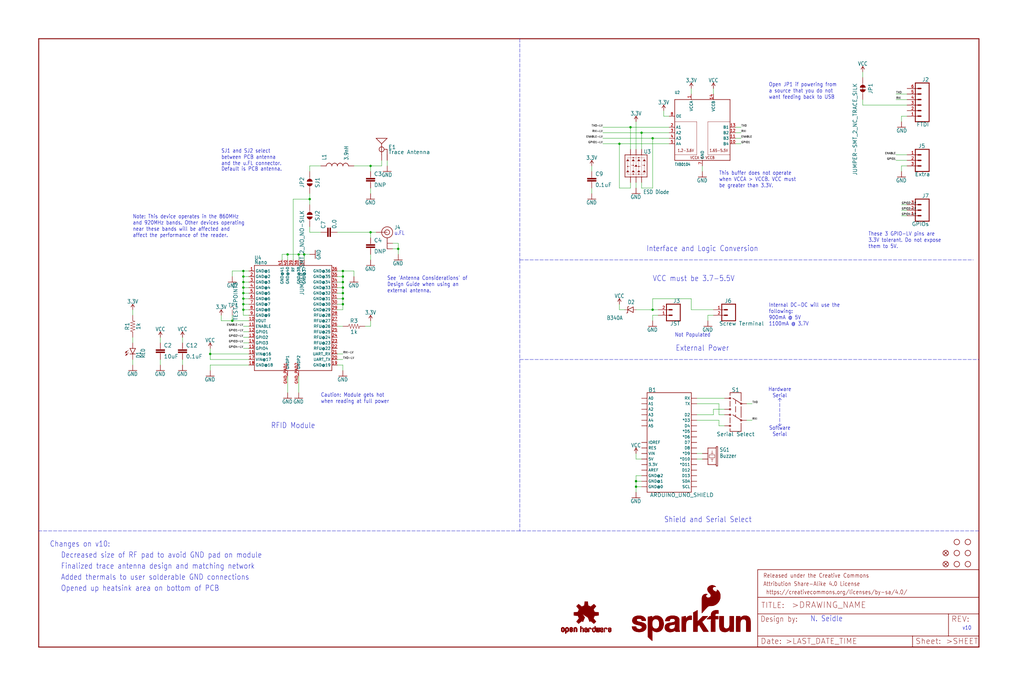
<source format=kicad_sch>
(kicad_sch (version 20211123) (generator eeschema)
  (paper "User" 470.306 317.906)
  (lib_symbols
    (symbol "schematicEagle-eagle-import:0.1UF-0603-25V-(+80{slash}-20%)"
      (property "Reference" "C" (at 1.524 2.921 0))
      (property "Value" "0.1UF-0603-25V-(+80{slash}-20%)" (at 1.524 -2.159 0))
      (symbol "0.1UF-0603-25V-(+80{slash}-20%)_1_0"
        (pin passive line (at 0 5.08 270) (length 2.54) (name "1") (number "1"))
        (pin passive line (at 0 -2.54 90) (length 2.54) (name "2") (number "2"))
      )
    )
    (symbol "schematicEagle-eagle-import:1.0PF-0603-50V-25%"
      (property "Reference" "C" (at 1.524 2.921 0))
      (property "Value" "1.0PF-0603-50V-25%" (at 1.524 -2.159 0))
      (symbol "1.0PF-0603-50V-25%_1_0"
        (pin passive line (at 0 5.08 270) (length 2.54) (name "1") (number "1"))
        (pin passive line (at 0 -2.54 90) (length 2.54) (name "2") (number "2"))
      )
    )
    (symbol "schematicEagle-eagle-import:10UF-0805-10V-10%"
      (property "Reference" "C" (at 1.524 2.921 0))
      (property "Value" "10UF-0805-10V-10%" (at 1.524 -2.159 0))
      (symbol "10UF-0805-10V-10%_1_0"
        (pin passive line (at 0 5.08 270) (length 2.54) (name "1") (number "1"))
        (pin passive line (at 0 -2.54 90) (length 2.54) (name "2") (number "2"))
      )
    )
    (symbol "schematicEagle-eagle-import:1KOHM-0603-1{slash}10W-1%"
      (property "Reference" "R" (at 0 1.524 0))
      (property "Value" "1KOHM-0603-1{slash}10W-1%" (at 0 -1.524 0))
      (symbol "1KOHM-0603-1{slash}10W-1%_1_0"
        (pin passive line (at -5.08 0 0) (length 2.54) (name "1") (number "1"))
        (pin passive line (at 5.08 0 180) (length 2.54) (name "2") (number "2"))
      )
    )
    (symbol "schematicEagle-eagle-import:3.3V" (power)
      (property "Value" "3.3V" (at 0 2.794 0))
      (symbol "3.3V_1_0"
        (pin power_in line (at 0 0 90) (length 2.54) (name "3.3V") (number "1"))
      )
    )
    (symbol "schematicEagle-eagle-import:3.9NH_-+0.3NH_300MA(0603)0603"
      (property "Reference" "L" (at 2.54 5.08 0))
      (property "Value" "3.9NH_-+0.3NH_300MA(0603)0603" (at 2.54 -5.08 0))
      (symbol "3.9NH_-+0.3NH_300MA(0603)0603_1_0"
        (pin passive line (at 0 7.62 270) (length 2.54) (name "1") (number "1"))
        (pin passive line (at 0 -7.62 90) (length 2.54) (name "2") (number "2"))
      )
    )
    (symbol "schematicEagle-eagle-import:ANTENNA_GROUNDED1"
      (property "Reference" "E" (at 3.048 0 0))
      (property "Value" "ANTENNA_GROUNDED1" (at 3.048 -2.286 0))
      (symbol "ANTENNA_GROUNDED1_1_0"
        (pin bidirectional line (at 0 -5.08 90) (length 2.54) (name "SIGNAL") (number "ANT"))
        (pin bidirectional line (at 2.54 -5.08 90) (length 2.54) (name "GND") (number "GND@1"))
        (pin bidirectional line (at 2.54 -5.08 90) (length 2.54) (name "GND") (number "GND@2"))
        (pin bidirectional line (at 2.54 -5.08 90) (length 2.54) (name "GND") (number "GND@3"))
      )
    )
    (symbol "schematicEagle-eagle-import:ARDUINO_UNO_R3_SHIELDBASIC"
      (property "Reference" "B" (at -9.652 20.574 0))
      (property "Value" "ARDUINO_UNO_R3_SHIELDBASIC" (at -8.89 -25.654 0))
      (symbol "ARDUINO_UNO_R3_SHIELDBASIC_1_0"
        (pin bidirectional line (at -12.7 -12.7 0) (length 2.54) (name "3.3V") (number "3.3V"))
        (pin bidirectional line (at -12.7 -10.16 0) (length 2.54) (name "5V") (number "5V"))
        (pin bidirectional line (at -12.7 17.78 0) (length 2.54) (name "A0") (number "A0"))
        (pin bidirectional line (at -12.7 15.24 0) (length 2.54) (name "A1") (number "A1"))
        (pin bidirectional line (at -12.7 12.7 0) (length 2.54) (name "A2") (number "A2"))
        (pin bidirectional line (at -12.7 10.16 0) (length 2.54) (name "A3") (number "A3"))
        (pin bidirectional line (at -12.7 7.62 0) (length 2.54) (name "A4") (number "A4"))
        (pin bidirectional line (at -12.7 5.08 0) (length 2.54) (name "A5") (number "A5"))
        (pin bidirectional line (at -12.7 -15.24 0) (length 2.54) (name "AREF") (number "AREF"))
        (pin bidirectional line (at 12.7 -10.16 180) (length 2.54) (name "*D10") (number "D10"))
        (pin bidirectional line (at 12.7 -12.7 180) (length 2.54) (name "*D11") (number "D11"))
        (pin bidirectional line (at 12.7 -15.24 180) (length 2.54) (name "D12") (number "D12"))
        (pin bidirectional line (at 12.7 -17.78 180) (length 2.54) (name "D13") (number "D13"))
        (pin bidirectional line (at 12.7 10.16 180) (length 2.54) (name "D2") (number "D2"))
        (pin bidirectional line (at 12.7 7.62 180) (length 2.54) (name "*D3") (number "D3"))
        (pin bidirectional line (at 12.7 5.08 180) (length 2.54) (name "D4") (number "D4"))
        (pin bidirectional line (at 12.7 2.54 180) (length 2.54) (name "*D5") (number "D5"))
        (pin bidirectional line (at 12.7 0 180) (length 2.54) (name "*D6") (number "D6"))
        (pin bidirectional line (at 12.7 -2.54 180) (length 2.54) (name "D7") (number "D7"))
        (pin bidirectional line (at 12.7 -5.08 180) (length 2.54) (name "D8") (number "D8"))
        (pin bidirectional line (at 12.7 -7.62 180) (length 2.54) (name "*D9") (number "D9"))
        (pin bidirectional line (at -12.7 -22.86 0) (length 2.54) (name "GND@0") (number "GND@0"))
        (pin bidirectional line (at -12.7 -20.32 0) (length 2.54) (name "GND@1") (number "GND@1"))
        (pin bidirectional line (at -12.7 -17.78 0) (length 2.54) (name "GND@2") (number "GND@2"))
        (pin bidirectional line (at -12.7 -2.54 0) (length 2.54) (name "IOREF") (number "IOREF"))
        (pin bidirectional line (at -12.7 -5.08 0) (length 2.54) (name "RES") (number "RES"))
        (pin bidirectional line (at 12.7 17.78 180) (length 2.54) (name "RX") (number "RX"))
        (pin bidirectional line (at 12.7 -22.86 180) (length 2.54) (name "SCL") (number "SCL"))
        (pin bidirectional line (at 12.7 -20.32 180) (length 2.54) (name "SDA") (number "SDA"))
        (pin bidirectional line (at 12.7 15.24 180) (length 2.54) (name "TX") (number "TX"))
        (pin bidirectional line (at -12.7 -7.62 0) (length 2.54) (name "VIN") (number "VIN"))
      )
    )
    (symbol "schematicEagle-eagle-import:BUZZERSMD2"
      (property "Reference" "SG" (at -2.54 5.08 0))
      (property "Value" "BUZZERSMD2" (at 6.35 0 0))
      (symbol "BUZZERSMD2_1_0"
        (pin passive line (at 0 -2.54 90) (length 2.54) (name "1") (number "+"))
        (pin passive line (at 2.54 -2.54 90) (length 2.54) (name "2") (number "-"))
      )
    )
    (symbol "schematicEagle-eagle-import:CONN_023.5MM"
      (property "Reference" "J" (at -2.54 5.588 0))
      (property "Value" "CONN_023.5MM" (at -2.54 -4.826 0))
      (symbol "CONN_023.5MM_1_0"
        (pin passive line (at 7.62 0 180) (length 5.08) (name "1") (number "1"))
        (pin passive line (at 7.62 2.54 180) (length 5.08) (name "2") (number "2"))
      )
    )
    (symbol "schematicEagle-eagle-import:CONN_02JST-PTH-2"
      (property "Reference" "J" (at -2.54 5.588 0))
      (property "Value" "CONN_02JST-PTH-2" (at -2.54 -4.826 0))
      (symbol "CONN_02JST-PTH-2_1_0"
        (pin passive line (at 7.62 0 180) (length 5.08) (name "1") (number "1"))
        (pin passive line (at 7.62 2.54 180) (length 5.08) (name "2") (number "2"))
      )
    )
    (symbol "schematicEagle-eagle-import:CONN_03"
      (property "Reference" "J" (at -2.54 5.588 0))
      (property "Value" "CONN_03" (at -2.54 -7.366 0))
      (symbol "CONN_03_1_0"
        (pin passive line (at 7.62 -2.54 180) (length 5.08) (name "1") (number "1"))
        (pin passive line (at 7.62 0 180) (length 5.08) (name "2") (number "2"))
        (pin passive line (at 7.62 2.54 180) (length 5.08) (name "3") (number "3"))
      )
    )
    (symbol "schematicEagle-eagle-import:CONN_06SILK_FEMALE_PTH"
      (property "Reference" "J" (at -5.08 10.668 0))
      (property "Value" "CONN_06SILK_FEMALE_PTH" (at -5.08 -9.906 0))
      (symbol "CONN_06SILK_FEMALE_PTH_1_0"
        (pin passive line (at 5.08 -5.08 180) (length 5.08) (name "1") (number "1"))
        (pin passive line (at 5.08 -2.54 180) (length 5.08) (name "2") (number "2"))
        (pin passive line (at 5.08 0 180) (length 5.08) (name "3") (number "3"))
        (pin passive line (at 5.08 2.54 180) (length 5.08) (name "4") (number "4"))
        (pin passive line (at 5.08 5.08 180) (length 5.08) (name "5") (number "5"))
        (pin passive line (at 5.08 7.62 180) (length 5.08) (name "6") (number "6"))
      )
    )
    (symbol "schematicEagle-eagle-import:DIODE-SCHOTTKY-B340A"
      (property "Reference" "D" (at 2.54 0.4826 0))
      (property "Value" "DIODE-SCHOTTKY-B340A" (at 2.54 -2.3114 0))
      (symbol "DIODE-SCHOTTKY-B340A_1_0"
        (pin passive line (at -2.54 0 0) (length 0) (name "A") (number "A"))
        (pin passive line (at 2.54 0 180) (length 0) (name "C") (number "C"))
      )
    )
    (symbol "schematicEagle-eagle-import:FIDUCIAL1X2")
    (symbol "schematicEagle-eagle-import:FRAME-LEDGER"
      (symbol "FRAME-LEDGER_2_0"
        (text " https://creativecommons.org/licenses/by-sa/4.0/" (at 2.54 24.13 0) (effects (font (size 1.9304 1.6408)) (justify left bottom)))
        (text ">DRAWING_NAME" (at 15.494 17.78 0) (effects (font (size 2.7432 2.7432)) (justify left bottom)))
        (text ">LAST_DATE_TIME" (at 12.7 1.27 0) (effects (font (size 2.54 2.54)) (justify left bottom)))
        (text ">SHEET" (at 86.36 1.27 0) (effects (font (size 2.54 2.54)) (justify left bottom)))
        (text "Attribution Share-Alike 4.0 License" (at 2.54 27.94 0) (effects (font (size 1.9304 1.6408)) (justify left bottom)))
        (text "Date:" (at 1.27 1.27 0) (effects (font (size 2.54 2.54)) (justify left bottom)))
        (text "Design by:" (at 1.27 11.43 0) (effects (font (size 2.54 2.159)) (justify left bottom)))
        (text "Released under the Creative Commons" (at 2.54 31.75 0) (effects (font (size 1.9304 1.6408)) (justify left bottom)))
        (text "REV:" (at 88.9 11.43 0) (effects (font (size 2.54 2.54)) (justify left bottom)))
        (text "Sheet:" (at 72.39 1.27 0) (effects (font (size 2.54 2.54)) (justify left bottom)))
        (text "TITLE:" (at 1.524 17.78 0) (effects (font (size 2.54 2.54)) (justify left bottom)))
      )
    )
    (symbol "schematicEagle-eagle-import:GND" (power)
      (property "Value" "GND" (at -2.54 -2.54 0))
      (symbol "GND_1_0"
        (pin power_in line (at 0 2.54 270) (length 2.54) (name "GND") (number "1"))
      )
    )
    (symbol "schematicEagle-eagle-import:JUMPER-SMT_2_NC_TRACE_SILK"
      (property "Reference" "JP" (at -2.54 2.54 0))
      (property "Value" "JUMPER-SMT_2_NC_TRACE_SILK" (at -2.54 -2.54 0))
      (symbol "JUMPER-SMT_2_NC_TRACE_SILK_1_0"
        (pin passive line (at -5.08 0 0) (length 2.54) (name "1") (number "1"))
        (pin passive line (at 5.08 0 180) (length 2.54) (name "2") (number "2"))
      )
    )
    (symbol "schematicEagle-eagle-import:JUMPER-SMT_2_NO_NO-SILK"
      (property "Reference" "JP" (at -2.54 2.54 0))
      (property "Value" "JUMPER-SMT_2_NO_NO-SILK" (at -2.54 -2.54 0))
      (symbol "JUMPER-SMT_2_NO_NO-SILK_1_0"
        (pin passive line (at -5.08 0 0) (length 2.54) (name "1") (number "1"))
        (pin passive line (at 5.08 0 180) (length 2.54) (name "2") (number "2"))
      )
    )
    (symbol "schematicEagle-eagle-import:LED-RED0603"
      (property "Reference" "D" (at 3.556 -4.572 90))
      (property "Value" "LED-RED0603" (at 5.715 -4.572 90))
      (symbol "LED-RED0603_1_0"
        (pin passive line (at 0 2.54 270) (length 2.54) (name "A") (number "A"))
        (pin passive line (at 0 -5.08 90) (length 2.54) (name "C") (number "C"))
      )
    )
    (symbol "schematicEagle-eagle-import:OSHW-LOGOS")
    (symbol "schematicEagle-eagle-import:SFE_LOGO_NAME_FLAME.1_INCH")
    (symbol "schematicEagle-eagle-import:STAND-OFF")
    (symbol "schematicEagle-eagle-import:SWITCH-DPDT-SMD-AYZ0202"
      (property "Reference" "S" (at 0 7.874 0))
      (property "Value" "SWITCH-DPDT-SMD-AYZ0202" (at 0 -10.414 0))
      (symbol "SWITCH-DPDT-SMD-AYZ0202_1_0"
        (pin bidirectional line (at 5.08 5.08 180) (length 2.54) (name "1") (number "1"))
        (pin bidirectional line (at -5.08 2.54 0) (length 2.54) (name "2") (number "2"))
        (pin bidirectional line (at 5.08 0 180) (length 2.54) (name "3") (number "3"))
        (pin bidirectional line (at 5.08 -2.54 180) (length 2.54) (name "4") (number "4"))
        (pin bidirectional line (at -5.08 -5.08 0) (length 2.54) (name "5") (number "5"))
        (pin bidirectional line (at 5.08 -7.62 180) (length 2.54) (name "6") (number "6"))
      )
    )
    (symbol "schematicEagle-eagle-import:TEST-POINT3"
      (property "Reference" "TP" (at -2.54 2.54 0))
      (property "Value" "TEST-POINT3" (at -2.54 -2.54 0))
      (symbol "TEST-POINT3_1_0"
        (pin bidirectional line (at 0 0 180) (length 0) (name "1") (number "P$1"))
      )
    )
    (symbol "schematicEagle-eagle-import:TVS_DIODE_ARRAYSMD"
      (property "Reference" "U" (at 2.54 -10.16 0))
      (property "Value" "TVS_DIODE_ARRAYSMD" (at 2.54 -12.7 0))
      (symbol "TVS_DIODE_ARRAYSMD_1_0"
        (pin bidirectional line (at -2.54 -7.62 90) (length 2.54) (name "IO1") (number "1"))
        (pin bidirectional line (at 0 -7.62 90) (length 2.54) (name "VSS") (number "2"))
        (pin bidirectional line (at 2.54 -7.62 90) (length 2.54) (name "IO2") (number "3"))
        (pin bidirectional line (at 2.54 7.62 270) (length 2.54) (name "IO3") (number "4"))
        (pin bidirectional line (at 0 7.62 270) (length 2.54) (name "VCC") (number "5"))
        (pin bidirectional line (at -2.54 7.62 270) (length 2.54) (name "IO4") (number "6"))
      )
    )
    (symbol "schematicEagle-eagle-import:TXB0104PWRSOIC14"
      (property "Reference" "U" (at -12.7 17.78 0))
      (property "Value" "TXB0104PWRSOIC14" (at -12.7 -15.24 0))
      (symbol "TXB0104PWRSOIC14_1_0"
        (text "1.2-3.6V" (at -11.43 -8.89 0) (effects (font (size 1.27 1.0795)) (justify left bottom)))
        (text "1.65-5.5V" (at 3.175 -8.89 0) (effects (font (size 1.27 1.0795)) (justify left bottom)))
        (text "VCCA ≤ VCCB" (at 0 -12.192 0) (effects (font (size 1.27 1.0795)) (justify bottom)))
        (pin bidirectional line (at -5.08 17.78 270) (length 2.54) (name "VCCA") (number "1"))
        (pin bidirectional line (at 15.24 -5.08 180) (length 2.54) (name "B4") (number "10"))
        (pin bidirectional line (at 15.24 -2.54 180) (length 2.54) (name "B3") (number "11"))
        (pin bidirectional line (at 15.24 0 180) (length 2.54) (name "B2") (number "12"))
        (pin bidirectional line (at 15.24 2.54 180) (length 2.54) (name "B1") (number "13"))
        (pin bidirectional line (at 5.08 17.78 270) (length 2.54) (name "VCCB") (number "14"))
        (pin bidirectional line (at -15.24 2.54 0) (length 2.54) (name "A1") (number "2"))
        (pin bidirectional line (at -15.24 0 0) (length 2.54) (name "A2") (number "3"))
        (pin bidirectional line (at -15.24 -2.54 0) (length 2.54) (name "A3") (number "4"))
        (pin bidirectional line (at -15.24 -5.08 0) (length 2.54) (name "A4") (number "5"))
        (pin bidirectional line (at 0 -15.24 90) (length 2.54) (name "GND") (number "7"))
        (pin bidirectional line (at -15.24 7.62 0) (length 2.54) (name "OE") (number "8"))
      )
    )
    (symbol "schematicEagle-eagle-import:U.FL"
      (property "Reference" "J" (at -3.81 4.064 0))
      (symbol "U.FL_1_0"
        (pin bidirectional line (at -2.54 -5.08 0) (length 2.54) (name "GND@0") (number "P$1"))
        (pin bidirectional line (at -2.54 -7.62 0) (length 2.54) (name "GND@1") (number "P$2"))
        (pin bidirectional line (at 5.08 0 180) (length 5.08) (name "SIGNAL") (number "P$3"))
      )
    )
    (symbol "schematicEagle-eagle-import:UHF_RFID_NANO_MODULE"
      (property "Reference" "U" (at -17.78 25.4 0))
      (property "Value" "UHF_RFID_NANO_MODULE" (at -17.78 23.368 0))
      (symbol "UHF_RFID_NANO_MODULE_1_0"
        (pin bidirectional line (at -20.32 20.32 0) (length 2.54) (name "GND@1") (number "1"))
        (pin bidirectional line (at -20.32 -2.54 0) (length 2.54) (name "VOUT") (number "10"))
        (pin bidirectional line (at -20.32 -5.08 0) (length 2.54) (name "ENABLE") (number "11"))
        (pin bidirectional line (at -20.32 -7.62 0) (length 2.54) (name "GPIO1") (number "12"))
        (pin bidirectional line (at -20.32 -10.16 0) (length 2.54) (name "GPIO2") (number "13"))
        (pin bidirectional line (at -20.32 -12.7 0) (length 2.54) (name "GPIO3") (number "14"))
        (pin bidirectional line (at -20.32 -15.24 0) (length 2.54) (name "GPIO4") (number "15"))
        (pin bidirectional line (at -20.32 -17.78 0) (length 2.54) (name "VIN@16") (number "16"))
        (pin bidirectional line (at -20.32 -20.32 0) (length 2.54) (name "VIN@17") (number "17"))
        (pin bidirectional line (at -20.32 -22.86 0) (length 2.54) (name "GND@18") (number "18"))
        (pin bidirectional line (at 20.32 -22.86 180) (length 2.54) (name "GND@19") (number "19"))
        (pin bidirectional line (at -20.32 17.78 0) (length 2.54) (name "GND@2") (number "2"))
        (pin bidirectional line (at 20.32 -20.32 180) (length 2.54) (name "UART_TX") (number "20"))
        (pin bidirectional line (at 20.32 -17.78 180) (length 2.54) (name "UART_RX") (number "21"))
        (pin bidirectional line (at 20.32 -15.24 180) (length 2.54) (name "RFU@22") (number "22"))
        (pin bidirectional line (at 20.32 -12.7 180) (length 2.54) (name "RFU@23") (number "23"))
        (pin bidirectional line (at 20.32 -10.16 180) (length 2.54) (name "RFU@24") (number "24"))
        (pin bidirectional line (at 20.32 -7.62 180) (length 2.54) (name "RFU@25") (number "25"))
        (pin bidirectional line (at 20.32 -5.08 180) (length 2.54) (name "RFU@26") (number "26"))
        (pin bidirectional line (at 20.32 -2.54 180) (length 2.54) (name "RFU@27") (number "27"))
        (pin bidirectional line (at 20.32 0 180) (length 2.54) (name "RFU@28") (number "28"))
        (pin bidirectional line (at 20.32 2.54 180) (length 2.54) (name "GND@29") (number "29"))
        (pin bidirectional line (at -20.32 15.24 0) (length 2.54) (name "GND@3") (number "3"))
        (pin bidirectional line (at 20.32 5.08 180) (length 2.54) (name "GND@30") (number "30"))
        (pin bidirectional line (at 20.32 7.62 180) (length 2.54) (name "GND@31") (number "31"))
        (pin bidirectional line (at 20.32 10.16 180) (length 2.54) (name "GND@32") (number "32"))
        (pin bidirectional line (at 20.32 12.7 180) (length 2.54) (name "GND@33") (number "33"))
        (pin bidirectional line (at 20.32 15.24 180) (length 2.54) (name "GND@34") (number "34"))
        (pin bidirectional line (at 20.32 17.78 180) (length 2.54) (name "GND@35") (number "35"))
        (pin bidirectional line (at 20.32 20.32 180) (length 2.54) (name "GND@36") (number "36"))
        (pin bidirectional line (at 5.08 25.4 270) (length 2.54) (name "GND@37") (number "37"))
        (pin bidirectional line (at 2.54 25.4 270) (length 2.54) (name "GND@38") (number "38"))
        (pin bidirectional line (at 0 25.4 270) (length 2.54) (name "RF") (number "39"))
        (pin bidirectional line (at -20.32 12.7 0) (length 2.54) (name "GND@4") (number "4"))
        (pin bidirectional line (at -2.54 25.4 270) (length 2.54) (name "GND@40") (number "40"))
        (pin bidirectional line (at -5.08 25.4 270) (length 2.54) (name "GND@41") (number "41"))
        (pin bidirectional line (at -20.32 10.16 0) (length 2.54) (name "GND@5") (number "5"))
        (pin bidirectional line (at -20.32 7.62 0) (length 2.54) (name "GND@6") (number "6"))
        (pin bidirectional line (at -20.32 5.08 0) (length 2.54) (name "GND@7") (number "7"))
        (pin bidirectional line (at -20.32 2.54 0) (length 2.54) (name "GND@8") (number "8"))
        (pin bidirectional line (at -20.32 0 0) (length 2.54) (name "GND@9") (number "9"))
        (pin bidirectional line (at -2.54 -27.94 90) (length 2.54) (name "GNDP1") (number "GND_PAD1"))
        (pin bidirectional line (at 2.54 -27.94 90) (length 2.54) (name "GNDP2") (number "GND_PAD2"))
      )
    )
    (symbol "schematicEagle-eagle-import:VCC" (power)
      (property "Value" "VCC" (at 0 2.794 0))
      (symbol "VCC_1_0"
        (pin power_in line (at 0 0 90) (length 2.54) (name "VCC") (number "1"))
      )
    )
  )
  (junction (at 111.76 124.46))
  (junction (at 96.52 162.56))
  (junction (at 157.48 132.08))
  (junction (at 182.88 114.3))
  (junction (at 157.48 129.54))
  (junction (at 289.56 58.42))
  (junction (at 170.18 106.68))
  (junction (at 111.76 137.16))
  (junction (at 170.18 76.2))
  (junction (at 111.76 134.62))
  (junction (at 132.08 116.84))
  (junction (at 299.72 142.24))
  (junction (at 142.24 91.44))
  (junction (at 157.48 139.7))
  (junction (at 157.48 124.46))
  (junction (at 157.48 134.62))
  (junction (at 111.76 127))
  (junction (at 111.76 142.24))
  (junction (at 157.48 127))
  (junction (at 294.64 60.96))
  (junction (at 299.72 63.5))
  (junction (at 292.1 223.52))
  (junction (at 137.16 116.84))
  (junction (at 111.76 132.08))
  (junction (at 106.68 147.32))
  (junction (at 292.1 220.98))
  (junction (at 111.76 139.7))
  (junction (at 139.7 116.84))
  (junction (at 111.76 129.54))
  (junction (at 157.48 137.16))
  (junction (at 284.48 66.04))
  (wire (pts (xy 83.82 167.64) (xy 83.82 165.1)))
  (wire (pts (xy 114.3 134.62) (xy 111.76 134.62)))
  (wire (pts (xy 114.3 142.24) (xy 111.76 142.24)))
  (wire (pts (xy 416.56 93.98) (xy 414.02 93.98)))
  (wire (pts (xy 114.3 124.46) (xy 111.76 124.46)))
  (wire (pts (xy 60.96 167.64) (xy 60.96 165.1)))
  (wire (pts (xy 330.2 185.42) (xy 330.2 190.5)))
  (wire (pts (xy 114.3 129.54) (xy 111.76 129.54)))
  (wire (pts (xy 129.54 116.84) (xy 132.08 116.84)))
  (wire (pts (xy 96.52 162.56) (xy 96.52 160.02)))
  (wire (pts (xy 111.76 124.46) (xy 106.68 124.46)))
  (wire (pts (xy 111.76 144.78) (xy 114.3 144.78)))
  (wire (pts (xy 157.48 139.7) (xy 157.48 137.16)))
  (wire (pts (xy 114.3 147.32) (xy 106.68 147.32)))
  (wire (pts (xy 294.64 68.58) (xy 294.64 60.96)))
  (wire (pts (xy 114.3 132.08) (xy 111.76 132.08)))
  (wire (pts (xy 142.24 88.9) (xy 142.24 91.44)))
  (wire (pts (xy 170.18 149.86) (xy 170.18 147.32)))
  (wire (pts (xy 154.94 106.68) (xy 170.18 106.68)))
  (wire (pts (xy 416.56 99.06) (xy 414.02 99.06)))
  (wire (pts (xy 289.56 68.58) (xy 289.56 58.42)))
  (wire (pts (xy 106.68 124.46) (xy 106.68 127)))
  (wire (pts (xy 139.7 116.84) (xy 142.24 116.84)))
  (wire (pts (xy 294.64 218.44) (xy 292.1 218.44)))
  (wire (pts (xy 327.66 40.64) (xy 327.66 43.18)))
  (wire (pts (xy 271.78 76.2) (xy 271.78 78.74)))
  (wire (pts (xy 302.26 142.24) (xy 299.72 142.24)))
  (wire (pts (xy 170.18 76.2) (xy 170.18 78.74)))
  (wire (pts (xy 142.24 91.44) (xy 142.24 93.98)))
  (wire (pts (xy 322.58 78.74) (xy 322.58 76.2)))
  (wire (pts (xy 111.76 127) (xy 111.76 129.54)))
  (wire (pts (xy 106.68 147.32) (xy 101.6 147.32)))
  (polyline (pts (xy 358.14 182.88) (xy 358.902 183.642)))
  (polyline (pts (xy 238.76 243.84) (xy 17.78 243.84)))
  (wire (pts (xy 157.48 134.62) (xy 157.48 132.08)))
  (wire (pts (xy 73.66 157.48) (xy 73.66 154.94)))
  (wire (pts (xy 289.56 58.42) (xy 276.86 58.42)))
  (wire (pts (xy 342.9 185.42) (xy 345.44 185.42)))
  (wire (pts (xy 111.76 129.54) (xy 111.76 132.08)))
  (wire (pts (xy 416.56 53.34) (xy 414.02 53.34)))
  (wire (pts (xy 132.08 119.38) (xy 132.08 116.84)))
  (wire (pts (xy 307.34 58.42) (xy 289.56 58.42)))
  (wire (pts (xy 337.82 63.5) (xy 340.36 63.5)))
  (wire (pts (xy 157.48 142.24) (xy 157.48 139.7)))
  (wire (pts (xy 170.18 88.9) (xy 170.18 86.36)))
  (wire (pts (xy 320.04 193.04) (xy 330.2 193.04)))
  (wire (pts (xy 416.56 73.66) (xy 411.48 73.66)))
  (wire (pts (xy 294.64 223.52) (xy 292.1 223.52)))
  (wire (pts (xy 157.48 167.64) (xy 157.48 170.18)))
  (polyline (pts (xy 358.14 182.88) (xy 358.14 195.58)))
  (wire (pts (xy 299.72 137.16) (xy 299.72 142.24)))
  (wire (pts (xy 137.16 116.84) (xy 139.7 116.84)))
  (wire (pts (xy 170.18 106.68) (xy 172.72 106.68)))
  (wire (pts (xy 299.72 142.24) (xy 292.1 142.24)))
  (wire (pts (xy 292.1 218.44) (xy 292.1 220.98)))
  (wire (pts (xy 83.82 157.48) (xy 83.82 154.94)))
  (wire (pts (xy 96.52 165.1) (xy 114.3 165.1)))
  (wire (pts (xy 320.04 210.82) (xy 322.58 210.82)))
  (wire (pts (xy 154.94 139.7) (xy 157.48 139.7)))
  (wire (pts (xy 289.56 86.36) (xy 284.48 86.36)))
  (wire (pts (xy 304.8 53.34) (xy 304.8 50.8)))
  (wire (pts (xy 137.16 119.38) (xy 137.16 116.84)))
  (wire (pts (xy 320.04 182.88) (xy 332.74 182.88)))
  (wire (pts (xy 180.34 114.3) (xy 182.88 114.3)))
  (wire (pts (xy 325.12 144.78) (xy 325.12 147.32)))
  (wire (pts (xy 162.56 76.2) (xy 170.18 76.2)))
  (wire (pts (xy 139.7 119.38) (xy 139.7 116.84)))
  (wire (pts (xy 157.48 132.08) (xy 157.48 129.54)))
  (wire (pts (xy 162.56 124.46) (xy 162.56 127)))
  (polyline (pts (xy 238.76 165.1) (xy 449.58 165.1)))
  (wire (pts (xy 299.72 63.5) (xy 276.86 63.5)))
  (polyline (pts (xy 238.76 17.78) (xy 238.76 119.38)))
  (wire (pts (xy 157.48 124.46) (xy 154.94 124.46)))
  (wire (pts (xy 154.94 134.62) (xy 157.48 134.62)))
  (wire (pts (xy 73.66 167.64) (xy 73.66 165.1)))
  (wire (pts (xy 132.08 172.72) (xy 132.08 180.34)))
  (wire (pts (xy 114.3 137.16) (xy 111.76 137.16)))
  (wire (pts (xy 294.64 86.36) (xy 299.72 86.36)))
  (wire (pts (xy 416.56 48.26) (xy 396.24 48.26)))
  (wire (pts (xy 114.3 162.56) (xy 96.52 162.56)))
  (wire (pts (xy 157.48 129.54) (xy 157.48 127)))
  (wire (pts (xy 114.3 154.94) (xy 111.76 154.94)))
  (wire (pts (xy 320.04 185.42) (xy 330.2 185.42)))
  (wire (pts (xy 396.24 33.02) (xy 396.24 35.56)))
  (wire (pts (xy 284.48 142.24) (xy 284.48 139.7)))
  (wire (pts (xy 292.1 220.98) (xy 292.1 223.52)))
  (wire (pts (xy 416.56 71.12) (xy 411.48 71.12)))
  (wire (pts (xy 294.64 210.82) (xy 292.1 210.82)))
  (wire (pts (xy 114.3 149.86) (xy 111.76 149.86)))
  (wire (pts (xy 154.94 162.56) (xy 157.48 162.56)))
  (wire (pts (xy 294.64 83.82) (xy 294.64 86.36)))
  (wire (pts (xy 294.64 60.96) (xy 276.86 60.96)))
  (wire (pts (xy 307.34 53.34) (xy 304.8 53.34)))
  (polyline (pts (xy 358.14 195.58) (xy 357.378 194.818)))
  (wire (pts (xy 292.1 55.88) (xy 292.1 68.58)))
  (wire (pts (xy 271.78 88.9) (xy 271.78 86.36)))
  (wire (pts (xy 416.56 43.18) (xy 411.48 43.18)))
  (wire (pts (xy 289.56 83.82) (xy 289.56 86.36)))
  (wire (pts (xy 414.02 53.34) (xy 414.02 55.88)))
  (wire (pts (xy 317.5 137.16) (xy 299.72 137.16)))
  (wire (pts (xy 337.82 66.04) (xy 340.36 66.04)))
  (wire (pts (xy 170.18 119.38) (xy 170.18 116.84)))
  (wire (pts (xy 154.94 165.1) (xy 157.48 165.1)))
  (wire (pts (xy 180.34 111.76) (xy 182.88 111.76)))
  (polyline (pts (xy 238.76 119.38) (xy 238.76 165.1)))
  (wire (pts (xy 114.3 157.48) (xy 111.76 157.48)))
  (wire (pts (xy 60.96 142.24) (xy 60.96 144.78)))
  (wire (pts (xy 292.1 223.52) (xy 292.1 226.06)))
  (wire (pts (xy 287.02 142.24) (xy 284.48 142.24)))
  (wire (pts (xy 307.34 60.96) (xy 294.64 60.96)))
  (wire (pts (xy 330.2 193.04) (xy 330.2 195.58)))
  (wire (pts (xy 317.5 40.64) (xy 317.5 43.18)))
  (wire (pts (xy 396.24 48.26) (xy 396.24 45.72)))
  (wire (pts (xy 114.3 160.02) (xy 111.76 160.02)))
  (wire (pts (xy 175.26 76.2) (xy 175.26 73.66)))
  (wire (pts (xy 106.68 144.78) (xy 106.68 147.32)))
  (wire (pts (xy 114.3 167.64) (xy 96.52 167.64)))
  (wire (pts (xy 182.88 111.76) (xy 182.88 114.3)))
  (wire (pts (xy 307.34 66.04) (xy 284.48 66.04)))
  (wire (pts (xy 114.3 127) (xy 111.76 127)))
  (wire (pts (xy 96.52 167.64) (xy 96.52 170.18)))
  (wire (pts (xy 327.66 142.24) (xy 317.5 142.24)))
  (wire (pts (xy 330.2 195.58) (xy 332.74 195.58)))
  (wire (pts (xy 142.24 104.14) (xy 142.24 106.68)))
  (wire (pts (xy 142.24 106.68) (xy 147.32 106.68)))
  (polyline (pts (xy 238.76 165.1) (xy 238.76 243.84)))
  (wire (pts (xy 111.76 132.08) (xy 111.76 134.62)))
  (wire (pts (xy 337.82 58.42) (xy 340.36 58.42)))
  (wire (pts (xy 101.6 147.32) (xy 101.6 144.78)))
  (wire (pts (xy 416.56 45.72) (xy 411.48 45.72)))
  (wire (pts (xy 294.64 220.98) (xy 292.1 220.98)))
  (wire (pts (xy 416.56 76.2) (xy 414.02 76.2)))
  (wire (pts (xy 299.72 144.78) (xy 299.72 147.32)))
  (wire (pts (xy 154.94 167.64) (xy 157.48 167.64)))
  (wire (pts (xy 284.48 66.04) (xy 276.86 66.04)))
  (wire (pts (xy 177.8 73.66) (xy 177.8 76.2)))
  (wire (pts (xy 327.66 187.96) (xy 332.74 187.96)))
  (wire (pts (xy 154.94 137.16) (xy 157.48 137.16)))
  (wire (pts (xy 320.04 208.28) (xy 322.58 208.28)))
  (wire (pts (xy 342.9 193.04) (xy 345.44 193.04)))
  (wire (pts (xy 142.24 91.44) (xy 134.62 91.44)))
  (wire (pts (xy 175.26 76.2) (xy 170.18 76.2)))
  (wire (pts (xy 154.94 127) (xy 157.48 127)))
  (wire (pts (xy 154.94 142.24) (xy 157.48 142.24)))
  (wire (pts (xy 320.04 190.5) (xy 327.66 190.5)))
  (wire (pts (xy 114.3 139.7) (xy 111.76 139.7)))
  (wire (pts (xy 157.48 127) (xy 157.48 124.46)))
  (wire (pts (xy 154.94 149.86) (xy 157.48 149.86)))
  (wire (pts (xy 60.96 154.94) (xy 60.96 157.48)))
  (wire (pts (xy 96.52 162.56) (xy 96.52 165.1)))
  (wire (pts (xy 317.5 142.24) (xy 317.5 137.16)))
  (wire (pts (xy 154.94 132.08) (xy 157.48 132.08)))
  (wire (pts (xy 284.48 86.36) (xy 284.48 66.04)))
  (wire (pts (xy 111.76 139.7) (xy 111.76 142.24)))
  (wire (pts (xy 299.72 86.36) (xy 299.72 63.5)))
  (polyline (pts (xy 449.58 243.84) (xy 238.76 243.84)))
  (wire (pts (xy 170.18 106.68) (xy 170.18 109.22)))
  (wire (pts (xy 302.26 144.78) (xy 299.72 144.78)))
  (wire (pts (xy 111.76 124.46) (xy 111.76 127)))
  (wire (pts (xy 330.2 190.5) (xy 332.74 190.5)))
  (wire (pts (xy 142.24 76.2) (xy 147.32 76.2)))
  (wire (pts (xy 337.82 60.96) (xy 340.36 60.96)))
  (wire (pts (xy 142.24 78.74) (xy 142.24 76.2)))
  (wire (pts (xy 134.62 119.38) (xy 134.62 91.44)))
  (wire (pts (xy 327.66 144.78) (xy 325.12 144.78)))
  (wire (pts (xy 416.56 96.52) (xy 414.02 96.52)))
  (wire (pts (xy 157.48 137.16) (xy 157.48 134.62)))
  (polyline (pts (xy 238.76 119.38) (xy 447.04 119.38)))
  (wire (pts (xy 182.88 114.3) (xy 182.88 116.84)))
  (wire (pts (xy 167.64 149.86) (xy 170.18 149.86)))
  (wire (pts (xy 292.1 86.36) (xy 292.1 83.82)))
  (wire (pts (xy 111.76 142.24) (xy 111.76 144.78)))
  (wire (pts (xy 137.16 172.72) (xy 137.16 180.34)))
  (wire (pts (xy 154.94 129.54) (xy 157.48 129.54)))
  (wire (pts (xy 414.02 76.2) (xy 414.02 78.74)))
  (wire (pts (xy 111.76 134.62) (xy 111.76 137.16)))
  (wire (pts (xy 129.54 119.38) (xy 129.54 116.84)))
  (polyline (pts (xy 358.14 195.58) (xy 358.902 194.818)))
  (wire (pts (xy 157.48 124.46) (xy 162.56 124.46)))
  (polyline (pts (xy 358.14 182.88) (xy 357.378 183.642)))
  (wire (pts (xy 111.76 137.16) (xy 111.76 139.7)))
  (wire (pts (xy 114.3 152.4) (xy 111.76 152.4)))
  (wire (pts (xy 307.34 63.5) (xy 299.72 63.5)))
  (wire (pts (xy 132.08 116.84) (xy 137.16 116.84)))
  (wire (pts (xy 327.66 190.5) (xy 327.66 187.96)))
  (wire (pts (xy 292.1 210.82) (xy 292.1 208.28)))
  (text "v10" (at 441.96 289.56 180) (effects (font (size 1.778 1.5113)) (justify left bottom)))
  (text "Not Populated" (at 309.88 154.94 180) (effects (font (size 1.778 1.5113)) (justify left bottom)))
  (text "External Power" (at 322.58 160.02 180) (effects (font (size 2.54 2.159))))
  (text "SJ1 and SJ2 select\nbetween PCB antenna\nand the u.FL connector." (at 101.6 76.2 0) (effects (font (size 1.778 1.5113)) (justify left bottom)))
  (text "Decreased size of RF pad to avoid GND pad on module" (at 27.94 256.54 0) (effects (font (size 2.54 2.159)) (justify left bottom)))
  (text "Software\nSerial" (at 358.14 198.12 180) (effects (font (size 1.778 1.5113))))
  (text "Internal DC-DC will use the\nfollowing:\n900mA @ 5V\n1100mA @ 3.7V" (at 353.06 149.86 0) (effects (font (size 1.778 1.5113)) (justify left bottom)))
  (text "These 3 GPIO-LV pins are\n3.3V tolerant. Do not expose\nthem to 5V." (at 398.78 114.3 0) (effects (font (size 1.778 1.5113)) (justify left bottom)))
  (text "RFID Module" (at 134.62 195.58 180) (effects (font (size 2.54 2.159))))
  (text "VCC must be 3.7-5.5V" (at 299.72 129.54 180) (effects (font (size 2.54 2.159)) (justify left bottom)))
  (text "Caution: Module gets hot\nwhen reading at full power" (at 147.32 185.42 0) (effects (font (size 1.778 1.5113)) (justify left bottom)))
  (text "Open JP1 if powering from\na source that you do not\nwant feeding back to USB" (at 353.06 45.72 0) (effects (font (size 1.778 1.5113)) (justify left bottom)))
  (text "Shield and Serial Select" (at 325.12 238.76 180) (effects (font (size 2.54 2.159))))
  (text "Note: This device operates in the 860MHz\nand 920MHz bands. Other devices operating\nnear these bands will be affected and\naffect the performance of the reader." (at 60.96 109.22 0) (effects (font (size 1.778 1.5113)) (justify left bottom)))
  (text "u.FL" (at 181.102 108.204 180) (effects (font (size 1.778 1.5113)) (justify left bottom)))
  (text "Changes on v10:" (at 22.86 251.46 180) (effects (font (size 2.54 2.159)) (justify left bottom)))
  (text "Hardware\nSerial" (at 358.14 180.34 180) (effects (font (size 1.778 1.5113))))
  (text "See 'Antenna Considerations' of\nDesign Guide when using an\nexternal antenna." (at 177.8 134.62 0) (effects (font (size 1.778 1.5113)) (justify left bottom)))
  (text "Interface and Logic Conversion" (at 322.58 114.3 180) (effects (font (size 2.54 2.159))))
  (text "Finalized trace antenna design and matching network" (at 27.94 261.62 0) (effects (font (size 2.54 2.159)) (justify left bottom)))
  (text "N. Seidle" (at 372.11 285.75 180) (effects (font (size 2.54 2.159)) (justify left bottom)))
  (text "Opened up heatsink area on bottom of PCB" (at 27.94 271.78 180) (effects (font (size 2.54 2.159)) (justify left bottom)))
  (text "Added thermals to user solderable GND connections" (at 27.94 266.7 180) (effects (font (size 2.54 2.159)) (justify left bottom)))
  (text "Default is PCB antenna." (at 101.6 78.74 180) (effects (font (size 1.778 1.5113)) (justify left bottom)))
  (text "This buffer does not operate\nwhen VCCA > VCCB. VCC must\nbe greater than 3.3V." (at 330.2 86.36 0) (effects (font (size 1.778 1.5113)) (justify left bottom)))
  (label "TXO-LV" (at 276.86 58.42 180) (effects (font (size 0.889 0.889))))
  (label "GPIO1-LV" (at 276.86 66.04 180) (effects (font (size 0.889 0.889))))
  (label "GPIO3-LV" (at 414.02 96.52 0) (effects (font (size 0.889 0.889))))
  (label "GPIO1" (at 340.36 66.04 0) (effects (font (size 0.889 0.889))))
  (label "RXI" (at 411.48 45.72 0) (effects (font (size 0.889 0.889))))
  (label "ENABLE-LV" (at 111.76 149.86 180) (effects (font (size 0.889 0.889))))
  (label "TXO" (at 340.36 58.42 0) (effects (font (size 0.889 0.889))))
  (label "GPIO4-LV" (at 414.02 99.06 0) (effects (font (size 0.889 0.889))))
  (label "ENABLE" (at 411.48 71.12 180) (effects (font (size 0.889 0.889))))
  (label "GPIO4-LV" (at 111.76 160.02 180) (effects (font (size 0.889 0.889))))
  (label "TXO-LV" (at 157.48 165.1 0) (effects (font (size 0.889 0.889))))
  (label "RXI-LV" (at 157.48 162.56 0) (effects (font (size 0.889 0.889))))
  (label "TXO" (at 411.48 43.18 0) (effects (font (size 0.889 0.889))))
  (label "GPIO3-LV" (at 111.76 157.48 180) (effects (font (size 0.889 0.889))))
  (label "GPIO1-LV" (at 111.76 152.4 180) (effects (font (size 0.889 0.889))))
  (label "ENABLE-LV" (at 276.86 63.5 180) (effects (font (size 0.889 0.889))))
  (label "ENABLE" (at 340.36 63.5 0) (effects (font (size 0.889 0.889))))
  (label "TXO" (at 345.44 185.42 0) (effects (font (size 0.889 0.889))))
  (label "RXI-LV" (at 276.86 60.96 180) (effects (font (size 0.889 0.889))))
  (label "GPIO1" (at 411.48 73.66 180) (effects (font (size 0.889 0.889))))
  (label "RXI" (at 345.44 193.04 0) (effects (font (size 0.889 0.889))))
  (label "RXI" (at 340.36 60.96 0) (effects (font (size 0.889 0.889))))
  (label "GPIO2-LV" (at 111.76 154.94 180) (effects (font (size 0.889 0.889))))
  (label "GPIO2-LV" (at 414.02 93.98 0) (effects (font (size 0.889 0.889))))
  (symbol (lib_id "schematicEagle-eagle-import:CONN_03") (at 424.18 73.66 180) (unit 1)
    (property "Reference" "J5" (at 421.64 68.072 0) (effects (font (size 1.778 1.778)) (justify right top)))
    (property "Value" "Extra" (at 420.116 81.026 0) (effects (font (size 1.778 1.778)) (justify right top)))
    (property "Footprint" "schematicEagle:1X03" (effects hide))
  )
  (symbol (lib_id "schematicEagle-eagle-import:VCC") (at 396.24 33.02 0) (unit 1)
    (property "Reference" "#SUPPLY5" (effects hide))
    (property "Value" "VCC" (at 396.24 30.226 0) (effects (font (size 1.778 1.5113)) (justify bottom)))
    (property "Footprint" "schematicEagle:" (effects hide))
  )
  (symbol (lib_id "schematicEagle-eagle-import:VCC") (at 292.1 208.28 0) (unit 1)
    (property "Reference" "#SUPPLY6" (effects hide))
    (property "Value" "VCC" (at 292.1 205.486 0) (effects (font (size 1.778 1.5113)) (justify bottom)))
    (property "Footprint" "schematicEagle:" (effects hide))
  )
  (symbol (lib_id "schematicEagle-eagle-import:U.FL") (at 177.8 106.68 0) (mirror y) (unit 1)
    (property "Reference" "J4" (at 181.102 105.41 0) (effects (font (size 1.778 1.5113)) (justify right bottom)))
    (property "Value" "U.FL" (effects hide))
    (property "Footprint" "schematicEagle:U.FL" (effects hide))
  )
  (symbol (lib_id "schematicEagle-eagle-import:GND") (at 73.66 170.18 0) (unit 1)
    (property "Reference" "#GND2" (effects hide))
    (property "Value" "GND" (at 71.12 172.72 0) (effects (font (size 1.778 1.5113)) (justify left bottom)))
    (property "Footprint" "schematicEagle:" (effects hide))
  )
  (symbol (lib_id "schematicEagle-eagle-import:BUZZERSMD2") (at 325.12 208.28 270) (unit 1)
    (property "Reference" "SG1" (at 330.454 207.518 90) (effects (font (size 1.778 1.5113)) (justify left bottom)))
    (property "Value" "Buzzer" (at 330.454 210.312 90) (effects (font (size 1.778 1.5113)) (justify left bottom)))
    (property "Footprint" "schematicEagle:BUZZER-CCV" (effects hide))
  )
  (symbol (lib_id "schematicEagle-eagle-import:GND") (at 414.02 81.28 0) (unit 1)
    (property "Reference" "#GND14" (effects hide))
    (property "Value" "GND" (at 411.48 83.82 0) (effects (font (size 1.778 1.5113)) (justify left bottom)))
    (property "Footprint" "schematicEagle:" (effects hide))
  )
  (symbol (lib_id "schematicEagle-eagle-import:JUMPER-SMT_2_NC_TRACE_SILK") (at 396.24 40.64 270) (unit 1)
    (property "Reference" "JP1" (at 398.78 38.1 0) (effects (font (size 1.778 1.778)) (justify left bottom)))
    (property "Value" "JUMPER-SMT_2_NC_TRACE_SILK" (at 393.7 38.1 0) (effects (font (size 1.778 1.778)) (justify left top)))
    (property "Footprint" "schematicEagle:SMT-JUMPER_2_NC_TRACE_SILK" (effects hide))
  )
  (symbol (lib_id "schematicEagle-eagle-import:GND") (at 292.1 228.6 0) (unit 1)
    (property "Reference" "#GND8" (effects hide))
    (property "Value" "GND" (at 289.56 231.14 0) (effects (font (size 1.778 1.5113)) (justify left bottom)))
    (property "Footprint" "schematicEagle:" (effects hide))
  )
  (symbol (lib_id "schematicEagle-eagle-import:3.3V") (at 292.1 55.88 0) (unit 1)
    (property "Reference" "#SUPPLY7" (effects hide))
    (property "Value" "3.3V" (at 292.1 53.086 0) (effects (font (size 1.778 1.5113)) (justify bottom)))
    (property "Footprint" "schematicEagle:" (effects hide))
  )
  (symbol (lib_id "schematicEagle-eagle-import:3.3V") (at 101.6 144.78 0) (unit 1)
    (property "Reference" "#SUPPLY4" (effects hide))
    (property "Value" "3.3V" (at 101.6 141.986 0) (effects (font (size 1.778 1.5113)) (justify bottom)))
    (property "Footprint" "schematicEagle:" (effects hide))
  )
  (symbol (lib_id "schematicEagle-eagle-import:0.1UF-0603-25V-(+80{slash}-20%)") (at 83.82 162.56 0) (unit 1)
    (property "Reference" "C12" (at 85.344 159.639 0) (effects (font (size 1.778 1.778)) (justify left bottom)))
    (property "Value" "0.1uF" (at 85.344 164.719 0) (effects (font (size 1.778 1.778)) (justify left bottom)))
    (property "Footprint" "schematicEagle:0603" (effects hide))
  )
  (symbol (lib_id "schematicEagle-eagle-import:GND") (at 170.18 91.44 0) (unit 1)
    (property "Reference" "#GND6" (effects hide))
    (property "Value" "GND" (at 167.64 93.98 0) (effects (font (size 1.778 1.5113)) (justify left bottom)))
    (property "Footprint" "schematicEagle:" (effects hide))
  )
  (symbol (lib_id "schematicEagle-eagle-import:GND") (at 83.82 170.18 0) (unit 1)
    (property "Reference" "#GND1" (effects hide))
    (property "Value" "GND" (at 81.28 172.72 0) (effects (font (size 1.778 1.5113)) (justify left bottom)))
    (property "Footprint" "schematicEagle:" (effects hide))
  )
  (symbol (lib_id "schematicEagle-eagle-import:SWITCH-DPDT-SMD-AYZ0202") (at 337.82 187.96 0) (mirror y) (unit 1)
    (property "Reference" "S1" (at 337.82 180.086 0) (effects (font (size 1.778 1.778)) (justify bottom)))
    (property "Value" "Serial Select" (at 337.82 200.406 0) (effects (font (size 1.778 1.778)) (justify bottom)))
    (property "Footprint" "schematicEagle:SWITCH_DPDT_SMD_AYZ0202" (effects hide))
  )
  (symbol (lib_id "schematicEagle-eagle-import:1KOHM-0603-1{slash}10W-1%") (at 162.56 149.86 0) (unit 1)
    (property "Reference" "R3" (at 162.56 148.336 0) (effects (font (size 1.778 1.778)) (justify bottom)))
    (property "Value" "1k" (at 162.56 151.384 0) (effects (font (size 1.778 1.778)) (justify top)))
    (property "Footprint" "schematicEagle:0603" (effects hide))
  )
  (symbol (lib_id "schematicEagle-eagle-import:JUMPER-SMT_2_NO_NO-SILK") (at 142.24 83.82 90) (unit 1)
    (property "Reference" "JP2" (at 139.7 86.36 0) (effects (font (size 1.778 1.778)) (justify left bottom)))
    (property "Value" "SJ1" (at 144.78 86.36 0) (effects (font (size 1.778 1.778)) (justify left top)))
    (property "Footprint" "schematicEagle:SMT-JUMPER_2_NO_NO-SILK" (effects hide))
  )
  (symbol (lib_id "schematicEagle-eagle-import:3.3V") (at 317.5 40.64 0) (unit 1)
    (property "Reference" "#SUPPLY11" (effects hide))
    (property "Value" "3.3V" (at 317.5 37.846 0) (effects (font (size 1.778 1.5113)) (justify bottom)))
    (property "Footprint" "schematicEagle:" (effects hide))
  )
  (symbol (lib_id "schematicEagle-eagle-import:STAND-OFF") (at 444.5 254 0) (unit 1)
    (property "Reference" "STANDOFF3" (effects hide))
    (property "Value" "STAND-OFF" (effects hide))
    (property "Footprint" "schematicEagle:STAND-OFF" (effects hide))
  )
  (symbol (lib_id "schematicEagle-eagle-import:GND") (at 414.02 58.42 0) (mirror y) (unit 1)
    (property "Reference" "#GND15" (effects hide))
    (property "Value" "GND" (at 416.56 60.96 0) (effects (font (size 1.778 1.5113)) (justify left bottom)))
    (property "Footprint" "schematicEagle:" (effects hide))
  )
  (symbol (lib_id "schematicEagle-eagle-import:CONN_06SILK_FEMALE_PTH") (at 421.64 48.26 0) (mirror y) (unit 1)
    (property "Reference" "J2" (at 426.72 37.592 0) (effects (font (size 1.778 1.778)) (justify left bottom)))
    (property "Value" "FTDI" (at 426.72 58.166 0) (effects (font (size 1.778 1.778)) (justify left bottom)))
    (property "Footprint" "schematicEagle:1X06" (effects hide))
  )
  (symbol (lib_id "schematicEagle-eagle-import:FIDUCIAL1X2") (at 434.34 254 0) (unit 1)
    (property "Reference" "FID2" (effects hide))
    (property "Value" "FIDUCIAL1X2" (effects hide))
    (property "Footprint" "schematicEagle:FIDUCIAL-1X2" (effects hide))
  )
  (symbol (lib_id "schematicEagle-eagle-import:FRAME-LEDGER") (at 17.78 297.18 0) (unit 1)
    (property "Reference" "FRAME1" (effects hide))
    (property "Value" "FRAME-LEDGER" (effects hide))
    (property "Footprint" "schematicEagle:CREATIVE_COMMONS" (effects hide))
  )
  (symbol (lib_id "schematicEagle-eagle-import:1.0PF-0603-50V-25%") (at 152.4 106.68 90) (unit 1)
    (property "Reference" "C7" (at 149.479 105.156 0) (effects (font (size 1.778 1.778)) (justify left bottom)))
    (property "Value" "0.0" (at 154.559 105.156 0) (effects (font (size 1.778 1.778)) (justify left bottom)))
    (property "Footprint" "schematicEagle:0603" (effects hide))
  )
  (symbol (lib_id "schematicEagle-eagle-import:FIDUCIAL1X2") (at 434.34 259.08 0) (unit 1)
    (property "Reference" "FID1" (effects hide))
    (property "Value" "FIDUCIAL1X2" (effects hide))
    (property "Footprint" "schematicEagle:FIDUCIAL-1X2" (effects hide))
  )
  (symbol (lib_id "schematicEagle-eagle-import:10UF-0805-10V-10%") (at 73.66 162.56 0) (unit 1)
    (property "Reference" "C2" (at 75.184 159.639 0) (effects (font (size 1.778 1.778)) (justify left bottom)))
    (property "Value" "10uF" (at 75.184 164.719 0) (effects (font (size 1.778 1.778)) (justify left bottom)))
    (property "Footprint" "schematicEagle:0805" (effects hide))
  )
  (symbol (lib_id "schematicEagle-eagle-import:VCC") (at 83.82 154.94 0) (unit 1)
    (property "Reference" "#SUPPLY1" (effects hide))
    (property "Value" "VCC" (at 83.82 152.146 0) (effects (font (size 1.778 1.5113)) (justify bottom)))
    (property "Footprint" "schematicEagle:" (effects hide))
  )
  (symbol (lib_id "schematicEagle-eagle-import:GND") (at 137.16 182.88 0) (unit 1)
    (property "Reference" "#GND21" (effects hide))
    (property "Value" "GND" (at 134.62 185.42 0) (effects (font (size 1.778 1.5113)) (justify left bottom)))
    (property "Footprint" "schematicEagle:" (effects hide))
  )
  (symbol (lib_id "schematicEagle-eagle-import:GND") (at 271.78 91.44 0) (unit 1)
    (property "Reference" "#GND18" (effects hide))
    (property "Value" "GND" (at 269.24 93.98 0) (effects (font (size 1.778 1.5113)) (justify left bottom)))
    (property "Footprint" "schematicEagle:" (effects hide))
  )
  (symbol (lib_id "schematicEagle-eagle-import:GND") (at 177.8 78.74 0) (unit 1)
    (property "Reference" "#GND4" (effects hide))
    (property "Value" "GND" (at 175.26 81.28 0) (effects (font (size 1.778 1.5113)) (justify left bottom)))
    (property "Footprint" "schematicEagle:" (effects hide))
  )
  (symbol (lib_id "schematicEagle-eagle-import:CONN_03") (at 424.18 96.52 0) (mirror y) (unit 1)
    (property "Reference" "J7" (at 426.72 90.932 0) (effects (font (size 1.778 1.778)) (justify left bottom)))
    (property "Value" "GPIOs" (at 426.72 103.886 0) (effects (font (size 1.778 1.778)) (justify left bottom)))
    (property "Footprint" "schematicEagle:1X03" (effects hide))
  )
  (symbol (lib_id "schematicEagle-eagle-import:3.9NH_-+0.3NH_300MA(0603)0603") (at 154.94 76.2 90) (unit 1)
    (property "Reference" "L1" (at 149.86 73.66 0) (effects (font (size 1.778 1.5113)) (justify left bottom)))
    (property "Value" "3.9nH" (at 160.02 73.66 0) (effects (font (size 1.778 1.5113)) (justify left bottom)))
    (property "Footprint" "schematicEagle:0603" (effects hide))
  )
  (symbol (lib_id "schematicEagle-eagle-import:3.3V") (at 170.18 147.32 0) (unit 1)
    (property "Reference" "#SUPPLY12" (effects hide))
    (property "Value" "3.3V" (at 170.18 144.526 0) (effects (font (size 1.778 1.5113)) (justify bottom)))
    (property "Footprint" "schematicEagle:" (effects hide))
  )
  (symbol (lib_id "schematicEagle-eagle-import:TEST-POINT3") (at 106.68 144.78 90) (unit 1)
    (property "Reference" "TP1" (at 104.648 141.224 90) (effects (font (size 1.778 1.778)) (justify right top)))
    (property "Value" "TEST-POINT3" (at 109.22 147.32 0) (effects (font (size 1.778 1.778)) (justify left bottom)))
    (property "Footprint" "schematicEagle:PAD.03X.03" (effects hide))
  )
  (symbol (lib_id "schematicEagle-eagle-import:GND") (at 157.48 172.72 0) (unit 1)
    (property "Reference" "#GND17" (effects hide))
    (property "Value" "GND" (at 154.94 175.26 0) (effects (font (size 1.778 1.5113)) (justify left bottom)))
    (property "Footprint" "schematicEagle:" (effects hide))
  )
  (symbol (lib_id "schematicEagle-eagle-import:GND") (at 106.68 129.54 0) (unit 1)
    (property "Reference" "#GND11" (effects hide))
    (property "Value" "GND" (at 104.14 132.08 0) (effects (font (size 1.778 1.5113)) (justify left bottom)))
    (property "Footprint" "schematicEagle:" (effects hide))
  )
  (symbol (lib_id "schematicEagle-eagle-import:3.3V") (at 60.96 142.24 0) (unit 1)
    (property "Reference" "#SUPPLY8" (effects hide))
    (property "Value" "3.3V" (at 60.96 139.446 0) (effects (font (size 1.778 1.5113)) (justify bottom)))
    (property "Footprint" "schematicEagle:" (effects hide))
  )
  (symbol (lib_id "schematicEagle-eagle-import:ARDUINO_UNO_R3_SHIELDBASIC") (at 307.34 200.66 0) (unit 1)
    (property "Reference" "B1" (at 297.688 180.086 0) (effects (font (size 1.778 1.778)) (justify left bottom)))
    (property "Value" "ARDUINO_UNO_SHIELD" (at 298.45 226.314 0) (effects (font (size 1.778 1.778)) (justify left top)))
    (property "Footprint" "schematicEagle:UNO_R3_SHIELD" (effects hide))
  )
  (symbol (lib_id "schematicEagle-eagle-import:STAND-OFF") (at 444.5 248.92 0) (unit 1)
    (property "Reference" "STANDOFF8" (effects hide))
    (property "Value" "STAND-OFF" (effects hide))
    (property "Footprint" "schematicEagle:STAND-OFF" (effects hide))
  )
  (symbol (lib_id "schematicEagle-eagle-import:GND") (at 132.08 182.88 0) (unit 1)
    (property "Reference" "#GND22" (effects hide))
    (property "Value" "GND" (at 129.54 185.42 0) (effects (font (size 1.778 1.5113)) (justify left bottom)))
    (property "Footprint" "schematicEagle:" (effects hide))
  )
  (symbol (lib_id "schematicEagle-eagle-import:VCC") (at 284.48 139.7 0) (unit 1)
    (property "Reference" "#SUPPLY9" (effects hide))
    (property "Value" "VCC" (at 284.48 136.906 0) (effects (font (size 1.778 1.5113)) (justify bottom)))
    (property "Footprint" "schematicEagle:" (effects hide))
  )
  (symbol (lib_id "schematicEagle-eagle-import:GND") (at 322.58 81.28 0) (unit 1)
    (property "Reference" "#GND13" (effects hide))
    (property "Value" "GND" (at 320.04 83.82 0) (effects (font (size 1.778 1.5113)) (justify left bottom)))
    (property "Footprint" "schematicEagle:" (effects hide))
  )
  (symbol (lib_id "schematicEagle-eagle-import:VCC") (at 327.66 40.64 0) (unit 1)
    (property "Reference" "#SUPPLY18" (effects hide))
    (property "Value" "VCC" (at 327.66 37.846 0) (effects (font (size 1.778 1.5113)) (justify bottom)))
    (property "Footprint" "schematicEagle:" (effects hide))
  )
  (symbol (lib_id "schematicEagle-eagle-import:LED-RED0603") (at 60.96 160.02 0) (unit 1)
    (property "Reference" "D1" (at 64.516 164.592 90) (effects (font (size 1.778 1.5113)) (justify left bottom)))
    (property "Value" "RED" (at 66.675 164.592 90) (effects (font (size 1.778 1.5113)) (justify left bottom)))
    (property "Footprint" "schematicEagle:LED-0603" (effects hide))
  )
  (symbol (lib_id "schematicEagle-eagle-import:STAND-OFF") (at 439.42 248.92 0) (unit 1)
    (property "Reference" "STANDOFF7" (effects hide))
    (property "Value" "STAND-OFF" (effects hide))
    (property "Footprint" "schematicEagle:STAND-OFF" (effects hide))
  )
  (symbol (lib_id "schematicEagle-eagle-import:SFE_LOGO_NAME_FLAME.1_INCH") (at 289.56 294.64 0) (unit 1)
    (property "Reference" "LOGO1" (effects hide))
    (property "Value" "SFE_LOGO_NAME_FLAME.1_INCH" (effects hide))
    (property "Footprint" "schematicEagle:SFE_LOGO_NAME_FLAME_.1" (effects hide))
  )
  (symbol (lib_id "schematicEagle-eagle-import:1KOHM-0603-1{slash}10W-1%") (at 60.96 149.86 90) (unit 1)
    (property "Reference" "R1" (at 59.436 149.86 0) (effects (font (size 1.778 1.778)) (justify bottom)))
    (property "Value" "1k" (at 62.484 149.86 0) (effects (font (size 1.778 1.778)) (justify top)))
    (property "Footprint" "schematicEagle:0603" (effects hide))
  )
  (symbol (lib_id "schematicEagle-eagle-import:GND") (at 162.56 129.54 0) (unit 1)
    (property "Reference" "#GND10" (effects hide))
    (property "Value" "GND" (at 160.02 132.08 0) (effects (font (size 1.778 1.5113)) (justify left bottom)))
    (property "Footprint" "schematicEagle:" (effects hide))
  )
  (symbol (lib_id "schematicEagle-eagle-import:DIODE-SCHOTTKY-B340A") (at 289.56 142.24 180) (unit 1)
    (property "Reference" "D2" (at 288.29 139.7254 0) (effects (font (size 1.778 1.5113)) (justify right top)))
    (property "Value" "B340A" (at 278.638 145.034 0) (effects (font (size 1.778 1.5113)) (justify right bottom)))
    (property "Footprint" "schematicEagle:SMA-DIODE" (effects hide))
  )
  (symbol (lib_id "schematicEagle-eagle-import:JUMPER-SMT_2_NO_NO-SILK") (at 142.24 99.06 270) (unit 1)
    (property "Reference" "SJ2" (at 144.78 96.52 0) (effects (font (size 1.778 1.778)) (justify left bottom)))
    (property "Value" "JUMPER-SMT_2_NO_NO-SILK" (at 139.7 96.52 0) (effects (font (size 1.778 1.778)) (justify left top)))
    (property "Footprint" "schematicEagle:SMT-JUMPER_2_NO_NO-SILK" (effects hide))
  )
  (symbol (lib_id "schematicEagle-eagle-import:ANTENNA_GROUNDED1") (at 175.26 68.58 0) (unit 1)
    (property "Reference" "E1" (at 178.308 68.58 0) (effects (font (size 1.778 1.778)) (justify left bottom)))
    (property "Value" "Trace Antenna" (at 178.308 70.866 0) (effects (font (size 1.778 1.778)) (justify left bottom)))
    (property "Footprint" "schematicEagle:915MHZ_ANTENNA_TRIMBLE" (effects hide))
  )
  (symbol (lib_id "schematicEagle-eagle-import:GND") (at 60.96 170.18 0) (unit 1)
    (property "Reference" "#GND20" (effects hide))
    (property "Value" "GND" (at 58.42 172.72 0) (effects (font (size 1.778 1.5113)) (justify left bottom)))
    (property "Footprint" "schematicEagle:" (effects hide))
  )
  (symbol (lib_id "schematicEagle-eagle-import:GND") (at 325.12 149.86 0) (unit 1)
    (property "Reference" "#GND7" (effects hide))
    (property "Value" "GND" (at 322.58 152.4 0) (effects (font (size 1.778 1.5113)) (justify left bottom)))
    (property "Footprint" "schematicEagle:" (effects hide))
  )
  (symbol (lib_id "schematicEagle-eagle-import:TXB0104PWRSOIC14") (at 322.58 60.96 0) (unit 1)
    (property "Reference" "U2" (at 309.88 43.18 0) (effects (font (size 1.27 1.0795)) (justify left bottom)))
    (property "Value" "TXB0104" (at 309.88 76.2 0) (effects (font (size 1.27 1.0795)) (justify left bottom)))
    (property "Footprint" "schematicEagle:SO14" (effects hide))
  )
  (symbol (lib_id "schematicEagle-eagle-import:VCC") (at 73.66 154.94 0) (unit 1)
    (property "Reference" "#SUPPLY2" (effects hide))
    (property "Value" "VCC" (at 73.66 152.146 0) (effects (font (size 1.778 1.5113)) (justify bottom)))
    (property "Footprint" "schematicEagle:" (effects hide))
  )
  (symbol (lib_id "schematicEagle-eagle-import:0.1UF-0603-25V-(+80{slash}-20%)") (at 271.78 83.82 0) (unit 1)
    (property "Reference" "C9" (at 273.304 80.899 0) (effects (font (size 1.778 1.778)) (justify left bottom)))
    (property "Value" "0.1uF" (at 273.304 85.979 0) (effects (font (size 1.778 1.778)) (justify left bottom)))
    (property "Footprint" "schematicEagle:0603" (effects hide))
  )
  (symbol (lib_id "schematicEagle-eagle-import:3.3V") (at 304.8 50.8 0) (unit 1)
    (property "Reference" "#SUPPLY13" (effects hide))
    (property "Value" "3.3V" (at 304.8 48.006 0) (effects (font (size 1.778 1.5113)) (justify bottom)))
    (property "Footprint" "schematicEagle:" (effects hide))
  )
  (symbol (lib_id "schematicEagle-eagle-import:STAND-OFF") (at 439.42 259.08 0) (unit 1)
    (property "Reference" "STANDOFF2" (effects hide))
    (property "Value" "STAND-OFF" (effects hide))
    (property "Footprint" "schematicEagle:STAND-OFF" (effects hide))
  )
  (symbol (lib_id "schematicEagle-eagle-import:VCC") (at 96.52 160.02 0) (unit 1)
    (property "Reference" "#SUPPLY19" (effects hide))
    (property "Value" "VCC" (at 96.52 157.226 0) (effects (font (size 1.778 1.5113)) (justify bottom)))
    (property "Footprint" "schematicEagle:" (effects hide))
  )
  (symbol (lib_id "schematicEagle-eagle-import:GND") (at 144.78 116.84 90) (unit 1)
    (property "Reference" "#GND12" (effects hide))
    (property "Value" "GND" (at 147.32 119.38 0) (effects (font (size 1.778 1.5113)) (justify left bottom)))
    (property "Footprint" "schematicEagle:" (effects hide))
  )
  (symbol (lib_id "schematicEagle-eagle-import:GND") (at 96.52 172.72 0) (unit 1)
    (property "Reference" "#GND9" (effects hide))
    (property "Value" "GND" (at 93.98 175.26 0) (effects (font (size 1.778 1.5113)) (justify left bottom)))
    (property "Footprint" "schematicEagle:" (effects hide))
  )
  (symbol (lib_id "schematicEagle-eagle-import:FRAME-LEDGER") (at 347.98 297.18 0) (unit 2)
    (property "Reference" "FRAME1" (effects hide))
    (property "Value" "FRAME-LEDGER" (effects hide))
    (property "Footprint" "schematicEagle:CREATIVE_COMMONS" (effects hide))
  )
  (symbol (lib_id "schematicEagle-eagle-import:TVS_DIODE_ARRAYSMD") (at 292.1 76.2 0) (unit 1)
    (property "Reference" "U3" (at 295.656 70.612 0) (effects (font (size 1.778 1.5113)) (justify left bottom)))
    (property "Value" "ESD Diode" (at 295.402 89.154 0) (effects (font (size 1.778 1.5113)) (justify left bottom)))
    (property "Footprint" "schematicEagle:SOT-23-6" (effects hide))
  )
  (symbol (lib_id "schematicEagle-eagle-import:CONN_023.5MM") (at 335.28 142.24 180) (unit 1)
    (property "Reference" "J6" (at 332.74 139.192 0) (effects (font (size 1.778 1.778)) (justify right top)))
    (property "Value" "Screw Terminal" (at 330.2 149.606 0) (effects (font (size 1.778 1.778)) (justify right top)))
    (property "Footprint" "schematicEagle:SCREWTERMINAL-3.5MM-2" (effects hide))
  )
  (symbol (lib_id "schematicEagle-eagle-import:GND") (at 292.1 88.9 0) (unit 1)
    (property "Reference" "#GND19" (effects hide))
    (property "Value" "GND" (at 289.56 91.44 0) (effects (font (size 1.778 1.5113)) (justify left bottom)))
    (property "Footprint" "schematicEagle:" (effects hide))
  )
  (symbol (lib_id "schematicEagle-eagle-import:STAND-OFF") (at 439.42 254 0) (unit 1)
    (property "Reference" "STANDOFF1" (effects hide))
    (property "Value" "STAND-OFF" (effects hide))
    (property "Footprint" "schematicEagle:STAND-OFF" (effects hide))
  )
  (symbol (lib_id "schematicEagle-eagle-import:OSHW-LOGOS") (at 269.24 281.94 0) (unit 1)
    (property "Reference" "LOGO2" (effects hide))
    (property "Value" "OSHW-LOGOS" (effects hide))
    (property "Footprint" "schematicEagle:OSHW-LOGO-S" (effects hide))
  )
  (symbol (lib_id "schematicEagle-eagle-import:STAND-OFF") (at 444.5 259.08 0) (unit 1)
    (property "Reference" "STANDOFF4" (effects hide))
    (property "Value" "STAND-OFF" (effects hide))
    (property "Footprint" "schematicEagle:STAND-OFF" (effects hide))
  )
  (symbol (lib_id "schematicEagle-eagle-import:GND") (at 299.72 149.86 0) (unit 1)
    (property "Reference" "#GND16" (effects hide))
    (property "Value" "GND" (at 297.18 152.4 0) (effects (font (size 1.778 1.5113)) (justify left bottom)))
    (property "Footprint" "schematicEagle:" (effects hide))
  )
  (symbol (lib_id "schematicEagle-eagle-import:GND") (at 182.88 119.38 0) (unit 1)
    (property "Reference" "#GND3" (effects hide))
    (property "Value" "GND" (at 180.34 121.92 0) (effects (font (size 1.778 1.5113)) (justify left bottom)))
    (property "Footprint" "schematicEagle:" (effects hide))
  )
  (symbol (lib_id "schematicEagle-eagle-import:GND") (at 170.18 121.92 0) (unit 1)
    (property "Reference" "#GND5" (effects hide))
    (property "Value" "GND" (at 167.64 124.46 0) (effects (font (size 1.778 1.5113)) (justify left bottom)))
    (property "Footprint" "schematicEagle:" (effects hide))
  )
  (symbol (lib_id "schematicEagle-eagle-import:CONN_02JST-PTH-2") (at 309.88 144.78 0) (mirror y) (unit 1)
    (property "Reference" "J3" (at 312.42 139.192 0) (effects (font (size 1.778 1.778)) (justify left bottom)))
    (property "Value" "JST" (at 312.42 149.606 0) (effects (font (size 1.778 1.778)) (justify left bottom)))
    (property "Footprint" "schematicEagle:JST-2-PTH" (effects hide))
  )
  (symbol (lib_id "schematicEagle-eagle-import:1.0PF-0603-50V-25%") (at 170.18 114.3 0) (unit 1)
    (property "Reference" "C4" (at 171.704 111.379 0) (effects (font (size 1.778 1.778)) (justify left bottom)))
    (property "Value" "DNP" (at 171.704 116.459 0) (effects (font (size 1.778 1.778)) (justify left bottom)))
    (property "Footprint" "schematicEagle:0603" (effects hide))
  )
  (symbol (lib_id "schematicEagle-eagle-import:3.3V") (at 271.78 76.2 0) (unit 1)
    (property "Reference" "#SUPPLY14" (effects hide))
    (property "Value" "3.3V" (at 271.78 73.406 0) (effects (font (size 1.778 1.5113)) (justify bottom)))
    (property "Footprint" "schematicEagle:" (effects hide))
  )
  (symbol (lib_id "schematicEagle-eagle-import:UHF_RFID_NANO_MODULE") (at 134.62 144.78 0) (unit 1)
    (property "Reference" "U4" (at 116.84 119.38 0) (effects (font (size 1.778 1.5113)) (justify left bottom)))
    (property "Value" "Nano" (at 116.84 121.412 0) (effects (font (size 1.778 1.5113)) (justify left bottom)))
    (property "Footprint" "schematicEagle:NANO_MODULE" (effects hide))
  )
  (symbol (lib_id "schematicEagle-eagle-import:1.0PF-0603-50V-25%") (at 170.18 83.82 0) (unit 1)
    (property "Reference" "C3" (at 171.704 80.899 0) (effects (font (size 1.778 1.778)) (justify left bottom)))
    (property "Value" "DNP" (at 171.704 85.979 0) (effects (font (size 1.778 1.778)) (justify left bottom)))
    (property "Footprint" "schematicEagle:0603" (effects hide))
  )
  (symbol (lib_id "schematicEagle-eagle-import:SFE_LOGO_NAME_FLAME.1_INCH") (at 289.56 294.64 0) (unit 1)
    (property "Reference" "LOGO3" (effects hide))
    (property "Value" "SFE_LOGO_NAME_FLAME.1_INCH" (effects hide))
    (property "Footprint" "schematicEagle:SFE_LOGO_NAME_FLAME_.1" (effects hide))
  )
)
</source>
